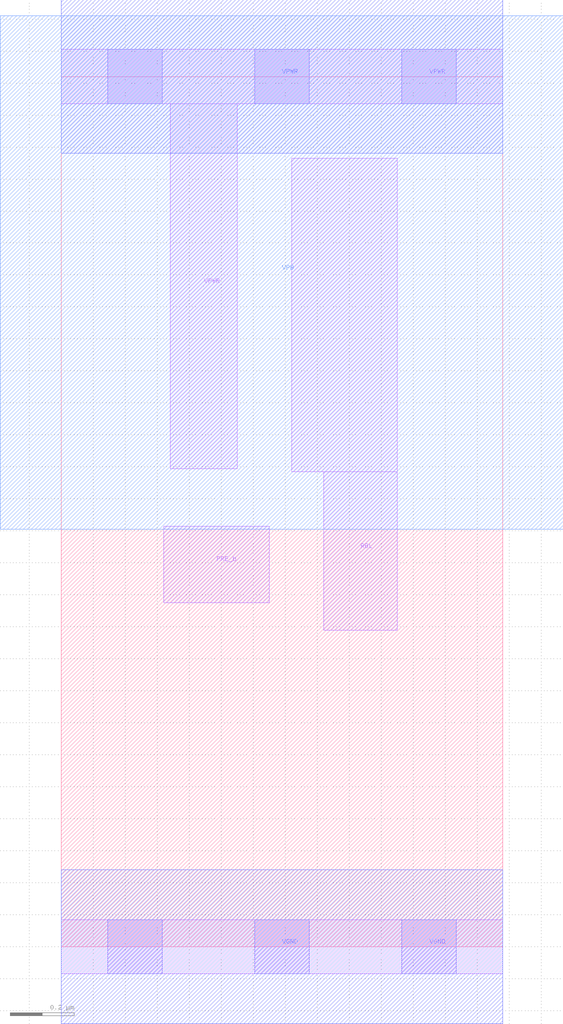
<source format=lef>
VERSION 5.7 ;
  NOWIREEXTENSIONATPIN ON ;
  DIVIDERCHAR "/" ;
  BUSBITCHARS "[]" ;
MACRO toysram_local_pullup
  CLASS BLOCK ;
  FOREIGN toysram_local_pullup ;
  ORIGIN 0.000 0.000 ;
  SIZE 1.380 BY 2.720 ;
  PIN RBL
    ANTENNADIFFAREA 0.260000 ;
    PORT
      LAYER li1 ;
        RECT 0.720 1.485 1.050 2.465 ;
        RECT 0.820 0.990 1.050 1.485 ;
    END
  END RBL
  PIN PRE_b
    ANTENNAGATEAREA 0.150000 ;
    PORT
      LAYER li1 ;
        RECT 0.320 1.075 0.650 1.315 ;
    END
  END PRE_b
  PIN VPB
    PORT
      LAYER nwell ;
        RECT -0.190 1.305 1.570 2.910 ;
    END
  END VPB
  PIN VGND
    USE GROUND ;
    PORT
      LAYER li1 ;
        RECT 0.000 -0.085 1.380 0.085 ;
      LAYER mcon ;
        RECT 0.145 -0.085 0.315 0.085 ;
        RECT 0.605 -0.085 0.775 0.085 ;
        RECT 1.065 -0.085 1.235 0.085 ;
      LAYER met1 ;
        RECT 0.000 -0.240 1.380 0.240 ;
    END
  END VGND
  PIN VPWR
    USE POWER ;
    PORT
      LAYER li1 ;
        RECT 0.000 2.635 1.380 2.805 ;
        RECT 0.340 1.495 0.550 2.635 ;
      LAYER mcon ;
        RECT 0.145 2.635 0.315 2.805 ;
        RECT 0.605 2.635 0.775 2.805 ;
        RECT 1.065 2.635 1.235 2.805 ;
      LAYER met1 ;
        RECT 0.000 2.480 1.380 2.960 ;
    END
  END VPWR
END toysram_local_pullup
END LIBRARY


</source>
